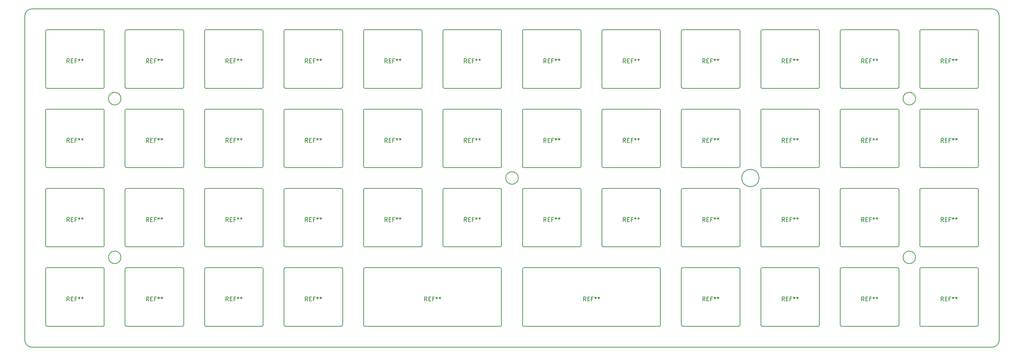
<source format=gto>
G04 #@! TF.GenerationSoftware,KiCad,Pcbnew,5.0.1*
G04 #@! TF.CreationDate,2019-02-20T21:52:04-03:00*
G04 #@! TF.ProjectId,2Space,3253706163652E6B696361645F706362,V3.0.7*
G04 #@! TF.SameCoordinates,Original*
G04 #@! TF.FileFunction,Legend,Top*
G04 #@! TF.FilePolarity,Positive*
%FSLAX46Y46*%
G04 Gerber Fmt 4.6, Leading zero omitted, Abs format (unit mm)*
G04 Created by KiCad (PCBNEW 5.0.1) date Wed 20 Feb 2019 09:52:04 PM -03*
%MOMM*%
%LPD*%
G01*
G04 APERTURE LIST*
%ADD10C,0.150000*%
G04 #@! TA.AperFunction,NonConductor*
%ADD11C,0.150000*%
G04 #@! TD*
G04 APERTURE END LIST*
D10*
X207541125Y-102743000D02*
G75*
G03X207541125Y-102743000I-2078125J0D01*
G01*
X149963000Y-102743000D02*
G75*
G03X149963000Y-102743000I-1500000J0D01*
G01*
X244963000Y-83743000D02*
G75*
G03X244963000Y-83743000I-1500000J0D01*
G01*
X244963000Y-121743000D02*
G75*
G03X244963000Y-121743000I-1500000J0D01*
G01*
X54963000Y-121743000D02*
G75*
G03X54963000Y-121743000I-1500000J0D01*
G01*
X54963000Y-83743000D02*
G75*
G03X54963000Y-83743000I-1500000J0D01*
G01*
X31939170Y-64000682D02*
G75*
G02X33720426Y-62219426I1781256J0D01*
G01*
X31939170Y-64000682D02*
X31939170Y-141485318D01*
X33720426Y-143266574D02*
G75*
G02X31939170Y-141485318I0J1781256D01*
G01*
X264986830Y-141485318D02*
X264986830Y-64000682D01*
X264986830Y-141485318D02*
G75*
G02X263205574Y-143266574I-1781256J0D01*
G01*
X263205574Y-62219426D02*
G75*
G02X264986830Y-64000682I0J-1781256D01*
G01*
X33720426Y-143266574D02*
X263205574Y-143266574D01*
X33720426Y-62219426D02*
X263205574Y-62219426D01*
D11*
G04 #@! TO.C,REF\002A\002A*
X183663000Y-124243000D02*
X151263000Y-124243000D01*
X151263000Y-138243000D02*
X183663000Y-138243000D01*
X183963000Y-137943000D02*
X183963000Y-124543000D01*
X183663000Y-124243000D02*
G75*
G02X183963000Y-124543000I0J-300000D01*
G01*
X183963000Y-137943000D02*
G75*
G02X183663000Y-138243000I-300000J0D01*
G01*
X150963000Y-124543000D02*
G75*
G02X151263000Y-124243000I300000J0D01*
G01*
X150963000Y-124543000D02*
X150963000Y-137943000D01*
X151263000Y-138243000D02*
G75*
G02X150963000Y-137943000I0J300000D01*
G01*
X240663000Y-124243000D02*
X227263000Y-124243000D01*
X226963000Y-124543000D02*
X226963000Y-137943000D01*
X227263000Y-138243000D02*
X240663000Y-138243000D01*
X240963000Y-137943000D02*
X240963000Y-124543000D01*
X226963000Y-124543000D02*
G75*
G02X227263000Y-124243000I300000J0D01*
G01*
X240663000Y-124243000D02*
G75*
G02X240963000Y-124543000I0J-300000D01*
G01*
X240963000Y-137943000D02*
G75*
G02X240663000Y-138243000I-300000J0D01*
G01*
X227263000Y-138243000D02*
G75*
G02X226963000Y-137943000I0J300000D01*
G01*
X227263000Y-119243000D02*
G75*
G02X226963000Y-118943000I0J300000D01*
G01*
X240963000Y-118943000D02*
G75*
G02X240663000Y-119243000I-300000J0D01*
G01*
X240663000Y-105243000D02*
G75*
G02X240963000Y-105543000I0J-300000D01*
G01*
X226963000Y-105543000D02*
G75*
G02X227263000Y-105243000I300000J0D01*
G01*
X240963000Y-118943000D02*
X240963000Y-105543000D01*
X227263000Y-119243000D02*
X240663000Y-119243000D01*
X226963000Y-105543000D02*
X226963000Y-118943000D01*
X240663000Y-105243000D02*
X227263000Y-105243000D01*
X240663000Y-67243000D02*
X227263000Y-67243000D01*
X226963000Y-67543000D02*
X226963000Y-80943000D01*
X227263000Y-81243000D02*
X240663000Y-81243000D01*
X240963000Y-80943000D02*
X240963000Y-67543000D01*
X226963000Y-67543000D02*
G75*
G02X227263000Y-67243000I300000J0D01*
G01*
X240663000Y-67243000D02*
G75*
G02X240963000Y-67543000I0J-300000D01*
G01*
X240963000Y-80943000D02*
G75*
G02X240663000Y-81243000I-300000J0D01*
G01*
X227263000Y-81243000D02*
G75*
G02X226963000Y-80943000I0J300000D01*
G01*
X88663000Y-124243000D02*
X75263000Y-124243000D01*
X74963000Y-124543000D02*
X74963000Y-137943000D01*
X75263000Y-138243000D02*
X88663000Y-138243000D01*
X88963000Y-137943000D02*
X88963000Y-124543000D01*
X74963000Y-124543000D02*
G75*
G02X75263000Y-124243000I300000J0D01*
G01*
X88663000Y-124243000D02*
G75*
G02X88963000Y-124543000I0J-300000D01*
G01*
X88963000Y-137943000D02*
G75*
G02X88663000Y-138243000I-300000J0D01*
G01*
X75263000Y-138243000D02*
G75*
G02X74963000Y-137943000I0J300000D01*
G01*
X246263000Y-138243000D02*
G75*
G02X245963000Y-137943000I0J300000D01*
G01*
X259963000Y-137943000D02*
G75*
G02X259663000Y-138243000I-300000J0D01*
G01*
X259663000Y-124243000D02*
G75*
G02X259963000Y-124543000I0J-300000D01*
G01*
X245963000Y-124543000D02*
G75*
G02X246263000Y-124243000I300000J0D01*
G01*
X259963000Y-137943000D02*
X259963000Y-124543000D01*
X246263000Y-138243000D02*
X259663000Y-138243000D01*
X245963000Y-124543000D02*
X245963000Y-137943000D01*
X259663000Y-124243000D02*
X246263000Y-124243000D01*
X202663000Y-124243000D02*
X189263000Y-124243000D01*
X188963000Y-124543000D02*
X188963000Y-137943000D01*
X189263000Y-138243000D02*
X202663000Y-138243000D01*
X202963000Y-137943000D02*
X202963000Y-124543000D01*
X188963000Y-124543000D02*
G75*
G02X189263000Y-124243000I300000J0D01*
G01*
X202663000Y-124243000D02*
G75*
G02X202963000Y-124543000I0J-300000D01*
G01*
X202963000Y-137943000D02*
G75*
G02X202663000Y-138243000I-300000J0D01*
G01*
X189263000Y-138243000D02*
G75*
G02X188963000Y-137943000I0J300000D01*
G01*
X94263000Y-138243000D02*
G75*
G02X93963000Y-137943000I0J300000D01*
G01*
X107963000Y-137943000D02*
G75*
G02X107663000Y-138243000I-300000J0D01*
G01*
X107663000Y-124243000D02*
G75*
G02X107963000Y-124543000I0J-300000D01*
G01*
X93963000Y-124543000D02*
G75*
G02X94263000Y-124243000I300000J0D01*
G01*
X107963000Y-137943000D02*
X107963000Y-124543000D01*
X94263000Y-138243000D02*
X107663000Y-138243000D01*
X93963000Y-124543000D02*
X93963000Y-137943000D01*
X107663000Y-124243000D02*
X94263000Y-124243000D01*
X208263000Y-138243000D02*
G75*
G02X207963000Y-137943000I0J300000D01*
G01*
X221963000Y-137943000D02*
G75*
G02X221663000Y-138243000I-300000J0D01*
G01*
X221663000Y-124243000D02*
G75*
G02X221963000Y-124543000I0J-300000D01*
G01*
X207963000Y-124543000D02*
G75*
G02X208263000Y-124243000I300000J0D01*
G01*
X221963000Y-137943000D02*
X221963000Y-124543000D01*
X208263000Y-138243000D02*
X221663000Y-138243000D01*
X207963000Y-124543000D02*
X207963000Y-137943000D01*
X221663000Y-124243000D02*
X208263000Y-124243000D01*
X56263000Y-138243000D02*
G75*
G02X55963000Y-137943000I0J300000D01*
G01*
X69963000Y-137943000D02*
G75*
G02X69663000Y-138243000I-300000J0D01*
G01*
X69663000Y-124243000D02*
G75*
G02X69963000Y-124543000I0J-300000D01*
G01*
X55963000Y-124543000D02*
G75*
G02X56263000Y-124243000I300000J0D01*
G01*
X69963000Y-137943000D02*
X69963000Y-124543000D01*
X56263000Y-138243000D02*
X69663000Y-138243000D01*
X55963000Y-124543000D02*
X55963000Y-137943000D01*
X69663000Y-124243000D02*
X56263000Y-124243000D01*
X50663000Y-124243000D02*
X37263000Y-124243000D01*
X36963000Y-124543000D02*
X36963000Y-137943000D01*
X37263000Y-138243000D02*
X50663000Y-138243000D01*
X50963000Y-137943000D02*
X50963000Y-124543000D01*
X36963000Y-124543000D02*
G75*
G02X37263000Y-124243000I300000J0D01*
G01*
X50663000Y-124243000D02*
G75*
G02X50963000Y-124543000I0J-300000D01*
G01*
X50963000Y-137943000D02*
G75*
G02X50663000Y-138243000I-300000J0D01*
G01*
X37263000Y-138243000D02*
G75*
G02X36963000Y-137943000I0J300000D01*
G01*
X189263000Y-119243000D02*
G75*
G02X188963000Y-118943000I0J300000D01*
G01*
X202963000Y-118943000D02*
G75*
G02X202663000Y-119243000I-300000J0D01*
G01*
X202663000Y-105243000D02*
G75*
G02X202963000Y-105543000I0J-300000D01*
G01*
X188963000Y-105543000D02*
G75*
G02X189263000Y-105243000I300000J0D01*
G01*
X202963000Y-118943000D02*
X202963000Y-105543000D01*
X189263000Y-119243000D02*
X202663000Y-119243000D01*
X188963000Y-105543000D02*
X188963000Y-118943000D01*
X202663000Y-105243000D02*
X189263000Y-105243000D01*
X259663000Y-105243000D02*
X246263000Y-105243000D01*
X245963000Y-105543000D02*
X245963000Y-118943000D01*
X246263000Y-119243000D02*
X259663000Y-119243000D01*
X259963000Y-118943000D02*
X259963000Y-105543000D01*
X245963000Y-105543000D02*
G75*
G02X246263000Y-105243000I300000J0D01*
G01*
X259663000Y-105243000D02*
G75*
G02X259963000Y-105543000I0J-300000D01*
G01*
X259963000Y-118943000D02*
G75*
G02X259663000Y-119243000I-300000J0D01*
G01*
X246263000Y-119243000D02*
G75*
G02X245963000Y-118943000I0J300000D01*
G01*
X75263000Y-119243000D02*
G75*
G02X74963000Y-118943000I0J300000D01*
G01*
X88963000Y-118943000D02*
G75*
G02X88663000Y-119243000I-300000J0D01*
G01*
X88663000Y-105243000D02*
G75*
G02X88963000Y-105543000I0J-300000D01*
G01*
X74963000Y-105543000D02*
G75*
G02X75263000Y-105243000I300000J0D01*
G01*
X88963000Y-118943000D02*
X88963000Y-105543000D01*
X75263000Y-119243000D02*
X88663000Y-119243000D01*
X74963000Y-105543000D02*
X74963000Y-118943000D01*
X88663000Y-105243000D02*
X75263000Y-105243000D01*
X183663000Y-105243000D02*
X170263000Y-105243000D01*
X169963000Y-105543000D02*
X169963000Y-118943000D01*
X170263000Y-119243000D02*
X183663000Y-119243000D01*
X183963000Y-118943000D02*
X183963000Y-105543000D01*
X169963000Y-105543000D02*
G75*
G02X170263000Y-105243000I300000J0D01*
G01*
X183663000Y-105243000D02*
G75*
G02X183963000Y-105543000I0J-300000D01*
G01*
X183963000Y-118943000D02*
G75*
G02X183663000Y-119243000I-300000J0D01*
G01*
X170263000Y-119243000D02*
G75*
G02X169963000Y-118943000I0J300000D01*
G01*
X69663000Y-105243000D02*
X56263000Y-105243000D01*
X55963000Y-105543000D02*
X55963000Y-118943000D01*
X56263000Y-119243000D02*
X69663000Y-119243000D01*
X69963000Y-118943000D02*
X69963000Y-105543000D01*
X55963000Y-105543000D02*
G75*
G02X56263000Y-105243000I300000J0D01*
G01*
X69663000Y-105243000D02*
G75*
G02X69963000Y-105543000I0J-300000D01*
G01*
X69963000Y-118943000D02*
G75*
G02X69663000Y-119243000I-300000J0D01*
G01*
X56263000Y-119243000D02*
G75*
G02X55963000Y-118943000I0J300000D01*
G01*
X37263000Y-119243000D02*
G75*
G02X36963000Y-118943000I0J300000D01*
G01*
X50963000Y-118943000D02*
G75*
G02X50663000Y-119243000I-300000J0D01*
G01*
X50663000Y-105243000D02*
G75*
G02X50963000Y-105543000I0J-300000D01*
G01*
X36963000Y-105543000D02*
G75*
G02X37263000Y-105243000I300000J0D01*
G01*
X50963000Y-118943000D02*
X50963000Y-105543000D01*
X37263000Y-119243000D02*
X50663000Y-119243000D01*
X36963000Y-105543000D02*
X36963000Y-118943000D01*
X50663000Y-105243000D02*
X37263000Y-105243000D01*
X145663000Y-105243000D02*
X132263000Y-105243000D01*
X131963000Y-105543000D02*
X131963000Y-118943000D01*
X132263000Y-119243000D02*
X145663000Y-119243000D01*
X145963000Y-118943000D02*
X145963000Y-105543000D01*
X131963000Y-105543000D02*
G75*
G02X132263000Y-105243000I300000J0D01*
G01*
X145663000Y-105243000D02*
G75*
G02X145963000Y-105543000I0J-300000D01*
G01*
X145963000Y-118943000D02*
G75*
G02X145663000Y-119243000I-300000J0D01*
G01*
X132263000Y-119243000D02*
G75*
G02X131963000Y-118943000I0J300000D01*
G01*
X151263000Y-119243000D02*
G75*
G02X150963000Y-118943000I0J300000D01*
G01*
X164963000Y-118943000D02*
G75*
G02X164663000Y-119243000I-300000J0D01*
G01*
X164663000Y-105243000D02*
G75*
G02X164963000Y-105543000I0J-300000D01*
G01*
X150963000Y-105543000D02*
G75*
G02X151263000Y-105243000I300000J0D01*
G01*
X164963000Y-118943000D02*
X164963000Y-105543000D01*
X151263000Y-119243000D02*
X164663000Y-119243000D01*
X150963000Y-105543000D02*
X150963000Y-118943000D01*
X164663000Y-105243000D02*
X151263000Y-105243000D01*
X107663000Y-105243000D02*
X94263000Y-105243000D01*
X93963000Y-105543000D02*
X93963000Y-118943000D01*
X94263000Y-119243000D02*
X107663000Y-119243000D01*
X107963000Y-118943000D02*
X107963000Y-105543000D01*
X93963000Y-105543000D02*
G75*
G02X94263000Y-105243000I300000J0D01*
G01*
X107663000Y-105243000D02*
G75*
G02X107963000Y-105543000I0J-300000D01*
G01*
X107963000Y-118943000D02*
G75*
G02X107663000Y-119243000I-300000J0D01*
G01*
X94263000Y-119243000D02*
G75*
G02X93963000Y-118943000I0J300000D01*
G01*
X221663000Y-105243000D02*
X208263000Y-105243000D01*
X207963000Y-105543000D02*
X207963000Y-118943000D01*
X208263000Y-119243000D02*
X221663000Y-119243000D01*
X221963000Y-118943000D02*
X221963000Y-105543000D01*
X207963000Y-105543000D02*
G75*
G02X208263000Y-105243000I300000J0D01*
G01*
X221663000Y-105243000D02*
G75*
G02X221963000Y-105543000I0J-300000D01*
G01*
X221963000Y-118943000D02*
G75*
G02X221663000Y-119243000I-300000J0D01*
G01*
X208263000Y-119243000D02*
G75*
G02X207963000Y-118943000I0J300000D01*
G01*
X113263000Y-119243000D02*
G75*
G02X112963000Y-118943000I0J300000D01*
G01*
X126963000Y-118943000D02*
G75*
G02X126663000Y-119243000I-300000J0D01*
G01*
X126663000Y-105243000D02*
G75*
G02X126963000Y-105543000I0J-300000D01*
G01*
X112963000Y-105543000D02*
G75*
G02X113263000Y-105243000I300000J0D01*
G01*
X126963000Y-118943000D02*
X126963000Y-105543000D01*
X113263000Y-119243000D02*
X126663000Y-119243000D01*
X112963000Y-105543000D02*
X112963000Y-118943000D01*
X126663000Y-105243000D02*
X113263000Y-105243000D01*
X126663000Y-67243000D02*
X113263000Y-67243000D01*
X112963000Y-67543000D02*
X112963000Y-80943000D01*
X113263000Y-81243000D02*
X126663000Y-81243000D01*
X126963000Y-80943000D02*
X126963000Y-67543000D01*
X112963000Y-67543000D02*
G75*
G02X113263000Y-67243000I300000J0D01*
G01*
X126663000Y-67243000D02*
G75*
G02X126963000Y-67543000I0J-300000D01*
G01*
X126963000Y-80943000D02*
G75*
G02X126663000Y-81243000I-300000J0D01*
G01*
X113263000Y-81243000D02*
G75*
G02X112963000Y-80943000I0J300000D01*
G01*
X164663000Y-67243000D02*
X151263000Y-67243000D01*
X150963000Y-67543000D02*
X150963000Y-80943000D01*
X151263000Y-81243000D02*
X164663000Y-81243000D01*
X164963000Y-80943000D02*
X164963000Y-67543000D01*
X150963000Y-67543000D02*
G75*
G02X151263000Y-67243000I300000J0D01*
G01*
X164663000Y-67243000D02*
G75*
G02X164963000Y-67543000I0J-300000D01*
G01*
X164963000Y-80943000D02*
G75*
G02X164663000Y-81243000I-300000J0D01*
G01*
X151263000Y-81243000D02*
G75*
G02X150963000Y-80943000I0J300000D01*
G01*
X132263000Y-81243000D02*
G75*
G02X131963000Y-80943000I0J300000D01*
G01*
X145963000Y-80943000D02*
G75*
G02X145663000Y-81243000I-300000J0D01*
G01*
X145663000Y-67243000D02*
G75*
G02X145963000Y-67543000I0J-300000D01*
G01*
X131963000Y-67543000D02*
G75*
G02X132263000Y-67243000I300000J0D01*
G01*
X145963000Y-80943000D02*
X145963000Y-67543000D01*
X132263000Y-81243000D02*
X145663000Y-81243000D01*
X131963000Y-67543000D02*
X131963000Y-80943000D01*
X145663000Y-67243000D02*
X132263000Y-67243000D01*
X94263000Y-81243000D02*
G75*
G02X93963000Y-80943000I0J300000D01*
G01*
X107963000Y-80943000D02*
G75*
G02X107663000Y-81243000I-300000J0D01*
G01*
X107663000Y-67243000D02*
G75*
G02X107963000Y-67543000I0J-300000D01*
G01*
X93963000Y-67543000D02*
G75*
G02X94263000Y-67243000I300000J0D01*
G01*
X107963000Y-80943000D02*
X107963000Y-67543000D01*
X94263000Y-81243000D02*
X107663000Y-81243000D01*
X93963000Y-67543000D02*
X93963000Y-80943000D01*
X107663000Y-67243000D02*
X94263000Y-67243000D01*
X202663000Y-67243000D02*
X189263000Y-67243000D01*
X188963000Y-67543000D02*
X188963000Y-80943000D01*
X189263000Y-81243000D02*
X202663000Y-81243000D01*
X202963000Y-80943000D02*
X202963000Y-67543000D01*
X188963000Y-67543000D02*
G75*
G02X189263000Y-67243000I300000J0D01*
G01*
X202663000Y-67243000D02*
G75*
G02X202963000Y-67543000I0J-300000D01*
G01*
X202963000Y-80943000D02*
G75*
G02X202663000Y-81243000I-300000J0D01*
G01*
X189263000Y-81243000D02*
G75*
G02X188963000Y-80943000I0J300000D01*
G01*
X170263000Y-81243000D02*
G75*
G02X169963000Y-80943000I0J300000D01*
G01*
X183963000Y-80943000D02*
G75*
G02X183663000Y-81243000I-300000J0D01*
G01*
X183663000Y-67243000D02*
G75*
G02X183963000Y-67543000I0J-300000D01*
G01*
X169963000Y-67543000D02*
G75*
G02X170263000Y-67243000I300000J0D01*
G01*
X183963000Y-80943000D02*
X183963000Y-67543000D01*
X170263000Y-81243000D02*
X183663000Y-81243000D01*
X169963000Y-67543000D02*
X169963000Y-80943000D01*
X183663000Y-67243000D02*
X170263000Y-67243000D01*
X246263000Y-81243000D02*
G75*
G02X245963000Y-80943000I0J300000D01*
G01*
X259963000Y-80943000D02*
G75*
G02X259663000Y-81243000I-300000J0D01*
G01*
X259663000Y-67243000D02*
G75*
G02X259963000Y-67543000I0J-300000D01*
G01*
X245963000Y-67543000D02*
G75*
G02X246263000Y-67243000I300000J0D01*
G01*
X259963000Y-80943000D02*
X259963000Y-67543000D01*
X246263000Y-81243000D02*
X259663000Y-81243000D01*
X245963000Y-67543000D02*
X245963000Y-80943000D01*
X259663000Y-67243000D02*
X246263000Y-67243000D01*
X88663000Y-67243000D02*
X75263000Y-67243000D01*
X74963000Y-67543000D02*
X74963000Y-80943000D01*
X75263000Y-81243000D02*
X88663000Y-81243000D01*
X88963000Y-80943000D02*
X88963000Y-67543000D01*
X74963000Y-67543000D02*
G75*
G02X75263000Y-67243000I300000J0D01*
G01*
X88663000Y-67243000D02*
G75*
G02X88963000Y-67543000I0J-300000D01*
G01*
X88963000Y-80943000D02*
G75*
G02X88663000Y-81243000I-300000J0D01*
G01*
X75263000Y-81243000D02*
G75*
G02X74963000Y-80943000I0J300000D01*
G01*
X56263000Y-81243000D02*
G75*
G02X55963000Y-80943000I0J300000D01*
G01*
X69963000Y-80943000D02*
G75*
G02X69663000Y-81243000I-300000J0D01*
G01*
X69663000Y-67243000D02*
G75*
G02X69963000Y-67543000I0J-300000D01*
G01*
X55963000Y-67543000D02*
G75*
G02X56263000Y-67243000I300000J0D01*
G01*
X69963000Y-80943000D02*
X69963000Y-67543000D01*
X56263000Y-81243000D02*
X69663000Y-81243000D01*
X55963000Y-67543000D02*
X55963000Y-80943000D01*
X69663000Y-67243000D02*
X56263000Y-67243000D01*
X208263000Y-81243000D02*
G75*
G02X207963000Y-80943000I0J300000D01*
G01*
X221963000Y-80943000D02*
G75*
G02X221663000Y-81243000I-300000J0D01*
G01*
X221663000Y-67243000D02*
G75*
G02X221963000Y-67543000I0J-300000D01*
G01*
X207963000Y-67543000D02*
G75*
G02X208263000Y-67243000I300000J0D01*
G01*
X221963000Y-80943000D02*
X221963000Y-67543000D01*
X208263000Y-81243000D02*
X221663000Y-81243000D01*
X207963000Y-67543000D02*
X207963000Y-80943000D01*
X221663000Y-67243000D02*
X208263000Y-67243000D01*
X50663000Y-67243000D02*
X37263000Y-67243000D01*
X36963000Y-67543000D02*
X36963000Y-80943000D01*
X37263000Y-81243000D02*
X50663000Y-81243000D01*
X50963000Y-80943000D02*
X50963000Y-67543000D01*
X36963000Y-67543000D02*
G75*
G02X37263000Y-67243000I300000J0D01*
G01*
X50663000Y-67243000D02*
G75*
G02X50963000Y-67543000I0J-300000D01*
G01*
X50963000Y-80943000D02*
G75*
G02X50663000Y-81243000I-300000J0D01*
G01*
X37263000Y-81243000D02*
G75*
G02X36963000Y-80943000I0J300000D01*
G01*
X259663000Y-86243000D02*
X246263000Y-86243000D01*
X245963000Y-86543000D02*
X245963000Y-99943000D01*
X246263000Y-100243000D02*
X259663000Y-100243000D01*
X259963000Y-99943000D02*
X259963000Y-86543000D01*
X245963000Y-86543000D02*
G75*
G02X246263000Y-86243000I300000J0D01*
G01*
X259663000Y-86243000D02*
G75*
G02X259963000Y-86543000I0J-300000D01*
G01*
X259963000Y-99943000D02*
G75*
G02X259663000Y-100243000I-300000J0D01*
G01*
X246263000Y-100243000D02*
G75*
G02X245963000Y-99943000I0J300000D01*
G01*
X227263000Y-100243000D02*
G75*
G02X226963000Y-99943000I0J300000D01*
G01*
X240963000Y-99943000D02*
G75*
G02X240663000Y-100243000I-300000J0D01*
G01*
X240663000Y-86243000D02*
G75*
G02X240963000Y-86543000I0J-300000D01*
G01*
X226963000Y-86543000D02*
G75*
G02X227263000Y-86243000I300000J0D01*
G01*
X240963000Y-99943000D02*
X240963000Y-86543000D01*
X227263000Y-100243000D02*
X240663000Y-100243000D01*
X226963000Y-86543000D02*
X226963000Y-99943000D01*
X240663000Y-86243000D02*
X227263000Y-86243000D01*
X221663000Y-86243000D02*
X208263000Y-86243000D01*
X207963000Y-86543000D02*
X207963000Y-99943000D01*
X208263000Y-100243000D02*
X221663000Y-100243000D01*
X221963000Y-99943000D02*
X221963000Y-86543000D01*
X207963000Y-86543000D02*
G75*
G02X208263000Y-86243000I300000J0D01*
G01*
X221663000Y-86243000D02*
G75*
G02X221963000Y-86543000I0J-300000D01*
G01*
X221963000Y-99943000D02*
G75*
G02X221663000Y-100243000I-300000J0D01*
G01*
X208263000Y-100243000D02*
G75*
G02X207963000Y-99943000I0J300000D01*
G01*
X189263000Y-100243000D02*
G75*
G02X188963000Y-99943000I0J300000D01*
G01*
X202963000Y-99943000D02*
G75*
G02X202663000Y-100243000I-300000J0D01*
G01*
X202663000Y-86243000D02*
G75*
G02X202963000Y-86543000I0J-300000D01*
G01*
X188963000Y-86543000D02*
G75*
G02X189263000Y-86243000I300000J0D01*
G01*
X202963000Y-99943000D02*
X202963000Y-86543000D01*
X189263000Y-100243000D02*
X202663000Y-100243000D01*
X188963000Y-86543000D02*
X188963000Y-99943000D01*
X202663000Y-86243000D02*
X189263000Y-86243000D01*
X183663000Y-86243000D02*
X170263000Y-86243000D01*
X169963000Y-86543000D02*
X169963000Y-99943000D01*
X170263000Y-100243000D02*
X183663000Y-100243000D01*
X183963000Y-99943000D02*
X183963000Y-86543000D01*
X169963000Y-86543000D02*
G75*
G02X170263000Y-86243000I300000J0D01*
G01*
X183663000Y-86243000D02*
G75*
G02X183963000Y-86543000I0J-300000D01*
G01*
X183963000Y-99943000D02*
G75*
G02X183663000Y-100243000I-300000J0D01*
G01*
X170263000Y-100243000D02*
G75*
G02X169963000Y-99943000I0J300000D01*
G01*
X37263000Y-100243000D02*
G75*
G02X36963000Y-99943000I0J300000D01*
G01*
X50963000Y-99943000D02*
G75*
G02X50663000Y-100243000I-300000J0D01*
G01*
X50663000Y-86243000D02*
G75*
G02X50963000Y-86543000I0J-300000D01*
G01*
X36963000Y-86543000D02*
G75*
G02X37263000Y-86243000I300000J0D01*
G01*
X50963000Y-99943000D02*
X50963000Y-86543000D01*
X37263000Y-100243000D02*
X50663000Y-100243000D01*
X36963000Y-86543000D02*
X36963000Y-99943000D01*
X50663000Y-86243000D02*
X37263000Y-86243000D01*
X69663000Y-86243000D02*
X56263000Y-86243000D01*
X55963000Y-86543000D02*
X55963000Y-99943000D01*
X56263000Y-100243000D02*
X69663000Y-100243000D01*
X69963000Y-99943000D02*
X69963000Y-86543000D01*
X55963000Y-86543000D02*
G75*
G02X56263000Y-86243000I300000J0D01*
G01*
X69663000Y-86243000D02*
G75*
G02X69963000Y-86543000I0J-300000D01*
G01*
X69963000Y-99943000D02*
G75*
G02X69663000Y-100243000I-300000J0D01*
G01*
X56263000Y-100243000D02*
G75*
G02X55963000Y-99943000I0J300000D01*
G01*
X75263000Y-100243000D02*
G75*
G02X74963000Y-99943000I0J300000D01*
G01*
X88963000Y-99943000D02*
G75*
G02X88663000Y-100243000I-300000J0D01*
G01*
X88663000Y-86243000D02*
G75*
G02X88963000Y-86543000I0J-300000D01*
G01*
X74963000Y-86543000D02*
G75*
G02X75263000Y-86243000I300000J0D01*
G01*
X88963000Y-99943000D02*
X88963000Y-86543000D01*
X75263000Y-100243000D02*
X88663000Y-100243000D01*
X74963000Y-86543000D02*
X74963000Y-99943000D01*
X88663000Y-86243000D02*
X75263000Y-86243000D01*
X107663000Y-86243000D02*
X94263000Y-86243000D01*
X93963000Y-86543000D02*
X93963000Y-99943000D01*
X94263000Y-100243000D02*
X107663000Y-100243000D01*
X107963000Y-99943000D02*
X107963000Y-86543000D01*
X93963000Y-86543000D02*
G75*
G02X94263000Y-86243000I300000J0D01*
G01*
X107663000Y-86243000D02*
G75*
G02X107963000Y-86543000I0J-300000D01*
G01*
X107963000Y-99943000D02*
G75*
G02X107663000Y-100243000I-300000J0D01*
G01*
X94263000Y-100243000D02*
G75*
G02X93963000Y-99943000I0J300000D01*
G01*
X113263000Y-100243000D02*
G75*
G02X112963000Y-99943000I0J300000D01*
G01*
X126963000Y-99943000D02*
G75*
G02X126663000Y-100243000I-300000J0D01*
G01*
X126663000Y-86243000D02*
G75*
G02X126963000Y-86543000I0J-300000D01*
G01*
X112963000Y-86543000D02*
G75*
G02X113263000Y-86243000I300000J0D01*
G01*
X126963000Y-99943000D02*
X126963000Y-86543000D01*
X113263000Y-100243000D02*
X126663000Y-100243000D01*
X112963000Y-86543000D02*
X112963000Y-99943000D01*
X126663000Y-86243000D02*
X113263000Y-86243000D01*
X145663000Y-86243000D02*
X132263000Y-86243000D01*
X131963000Y-86543000D02*
X131963000Y-99943000D01*
X132263000Y-100243000D02*
X145663000Y-100243000D01*
X145963000Y-99943000D02*
X145963000Y-86543000D01*
X131963000Y-86543000D02*
G75*
G02X132263000Y-86243000I300000J0D01*
G01*
X145663000Y-86243000D02*
G75*
G02X145963000Y-86543000I0J-300000D01*
G01*
X145963000Y-99943000D02*
G75*
G02X145663000Y-100243000I-300000J0D01*
G01*
X132263000Y-100243000D02*
G75*
G02X131963000Y-99943000I0J300000D01*
G01*
X151263000Y-100243000D02*
G75*
G02X150963000Y-99943000I0J300000D01*
G01*
X164963000Y-99943000D02*
G75*
G02X164663000Y-100243000I-300000J0D01*
G01*
X164663000Y-86243000D02*
G75*
G02X164963000Y-86543000I0J-300000D01*
G01*
X150963000Y-86543000D02*
G75*
G02X151263000Y-86243000I300000J0D01*
G01*
X164963000Y-99943000D02*
X164963000Y-86543000D01*
X151263000Y-100243000D02*
X164663000Y-100243000D01*
X150963000Y-86543000D02*
X150963000Y-99943000D01*
X164663000Y-86243000D02*
X151263000Y-86243000D01*
X113263000Y-138243000D02*
G75*
G02X112963000Y-137943000I0J300000D01*
G01*
X112963000Y-124543000D02*
X112963000Y-137943000D01*
X112963000Y-124543000D02*
G75*
G02X113263000Y-124243000I300000J0D01*
G01*
X145963000Y-137943000D02*
G75*
G02X145663000Y-138243000I-300000J0D01*
G01*
X145663000Y-124243000D02*
G75*
G02X145963000Y-124543000I0J-300000D01*
G01*
X145963000Y-137943000D02*
X145963000Y-124543000D01*
X113263000Y-138243000D02*
X145663000Y-138243000D01*
X145663000Y-124243000D02*
X113263000Y-124243000D01*
G04 #@! TD*
G04 #@! TO.C,REF\002A\002A*
D10*
X166129666Y-132195380D02*
X165796333Y-131719190D01*
X165558238Y-132195380D02*
X165558238Y-131195380D01*
X165939190Y-131195380D01*
X166034428Y-131243000D01*
X166082047Y-131290619D01*
X166129666Y-131385857D01*
X166129666Y-131528714D01*
X166082047Y-131623952D01*
X166034428Y-131671571D01*
X165939190Y-131719190D01*
X165558238Y-131719190D01*
X166558238Y-131671571D02*
X166891571Y-131671571D01*
X167034428Y-132195380D02*
X166558238Y-132195380D01*
X166558238Y-131195380D01*
X167034428Y-131195380D01*
X167796333Y-131671571D02*
X167463000Y-131671571D01*
X167463000Y-132195380D02*
X167463000Y-131195380D01*
X167939190Y-131195380D01*
X168463000Y-131195380D02*
X168463000Y-131433476D01*
X168224904Y-131338238D02*
X168463000Y-131433476D01*
X168701095Y-131338238D01*
X168320142Y-131623952D02*
X168463000Y-131433476D01*
X168605857Y-131623952D01*
X169224904Y-131195380D02*
X169224904Y-131433476D01*
X168986809Y-131338238D02*
X169224904Y-131433476D01*
X169463000Y-131338238D01*
X169082047Y-131623952D02*
X169224904Y-131433476D01*
X169367761Y-131623952D01*
X232629666Y-132195380D02*
X232296333Y-131719190D01*
X232058238Y-132195380D02*
X232058238Y-131195380D01*
X232439190Y-131195380D01*
X232534428Y-131243000D01*
X232582047Y-131290619D01*
X232629666Y-131385857D01*
X232629666Y-131528714D01*
X232582047Y-131623952D01*
X232534428Y-131671571D01*
X232439190Y-131719190D01*
X232058238Y-131719190D01*
X233058238Y-131671571D02*
X233391571Y-131671571D01*
X233534428Y-132195380D02*
X233058238Y-132195380D01*
X233058238Y-131195380D01*
X233534428Y-131195380D01*
X234296333Y-131671571D02*
X233963000Y-131671571D01*
X233963000Y-132195380D02*
X233963000Y-131195380D01*
X234439190Y-131195380D01*
X234963000Y-131195380D02*
X234963000Y-131433476D01*
X234724904Y-131338238D02*
X234963000Y-131433476D01*
X235201095Y-131338238D01*
X234820142Y-131623952D02*
X234963000Y-131433476D01*
X235105857Y-131623952D01*
X235724904Y-131195380D02*
X235724904Y-131433476D01*
X235486809Y-131338238D02*
X235724904Y-131433476D01*
X235963000Y-131338238D01*
X235582047Y-131623952D02*
X235724904Y-131433476D01*
X235867761Y-131623952D01*
X232629666Y-113195380D02*
X232296333Y-112719190D01*
X232058238Y-113195380D02*
X232058238Y-112195380D01*
X232439190Y-112195380D01*
X232534428Y-112243000D01*
X232582047Y-112290619D01*
X232629666Y-112385857D01*
X232629666Y-112528714D01*
X232582047Y-112623952D01*
X232534428Y-112671571D01*
X232439190Y-112719190D01*
X232058238Y-112719190D01*
X233058238Y-112671571D02*
X233391571Y-112671571D01*
X233534428Y-113195380D02*
X233058238Y-113195380D01*
X233058238Y-112195380D01*
X233534428Y-112195380D01*
X234296333Y-112671571D02*
X233963000Y-112671571D01*
X233963000Y-113195380D02*
X233963000Y-112195380D01*
X234439190Y-112195380D01*
X234963000Y-112195380D02*
X234963000Y-112433476D01*
X234724904Y-112338238D02*
X234963000Y-112433476D01*
X235201095Y-112338238D01*
X234820142Y-112623952D02*
X234963000Y-112433476D01*
X235105857Y-112623952D01*
X235724904Y-112195380D02*
X235724904Y-112433476D01*
X235486809Y-112338238D02*
X235724904Y-112433476D01*
X235963000Y-112338238D01*
X235582047Y-112623952D02*
X235724904Y-112433476D01*
X235867761Y-112623952D01*
X232629666Y-75195380D02*
X232296333Y-74719190D01*
X232058238Y-75195380D02*
X232058238Y-74195380D01*
X232439190Y-74195380D01*
X232534428Y-74243000D01*
X232582047Y-74290619D01*
X232629666Y-74385857D01*
X232629666Y-74528714D01*
X232582047Y-74623952D01*
X232534428Y-74671571D01*
X232439190Y-74719190D01*
X232058238Y-74719190D01*
X233058238Y-74671571D02*
X233391571Y-74671571D01*
X233534428Y-75195380D02*
X233058238Y-75195380D01*
X233058238Y-74195380D01*
X233534428Y-74195380D01*
X234296333Y-74671571D02*
X233963000Y-74671571D01*
X233963000Y-75195380D02*
X233963000Y-74195380D01*
X234439190Y-74195380D01*
X234963000Y-74195380D02*
X234963000Y-74433476D01*
X234724904Y-74338238D02*
X234963000Y-74433476D01*
X235201095Y-74338238D01*
X234820142Y-74623952D02*
X234963000Y-74433476D01*
X235105857Y-74623952D01*
X235724904Y-74195380D02*
X235724904Y-74433476D01*
X235486809Y-74338238D02*
X235724904Y-74433476D01*
X235963000Y-74338238D01*
X235582047Y-74623952D02*
X235724904Y-74433476D01*
X235867761Y-74623952D01*
X80629666Y-132195380D02*
X80296333Y-131719190D01*
X80058238Y-132195380D02*
X80058238Y-131195380D01*
X80439190Y-131195380D01*
X80534428Y-131243000D01*
X80582047Y-131290619D01*
X80629666Y-131385857D01*
X80629666Y-131528714D01*
X80582047Y-131623952D01*
X80534428Y-131671571D01*
X80439190Y-131719190D01*
X80058238Y-131719190D01*
X81058238Y-131671571D02*
X81391571Y-131671571D01*
X81534428Y-132195380D02*
X81058238Y-132195380D01*
X81058238Y-131195380D01*
X81534428Y-131195380D01*
X82296333Y-131671571D02*
X81963000Y-131671571D01*
X81963000Y-132195380D02*
X81963000Y-131195380D01*
X82439190Y-131195380D01*
X82963000Y-131195380D02*
X82963000Y-131433476D01*
X82724904Y-131338238D02*
X82963000Y-131433476D01*
X83201095Y-131338238D01*
X82820142Y-131623952D02*
X82963000Y-131433476D01*
X83105857Y-131623952D01*
X83724904Y-131195380D02*
X83724904Y-131433476D01*
X83486809Y-131338238D02*
X83724904Y-131433476D01*
X83963000Y-131338238D01*
X83582047Y-131623952D02*
X83724904Y-131433476D01*
X83867761Y-131623952D01*
X251629666Y-132195380D02*
X251296333Y-131719190D01*
X251058238Y-132195380D02*
X251058238Y-131195380D01*
X251439190Y-131195380D01*
X251534428Y-131243000D01*
X251582047Y-131290619D01*
X251629666Y-131385857D01*
X251629666Y-131528714D01*
X251582047Y-131623952D01*
X251534428Y-131671571D01*
X251439190Y-131719190D01*
X251058238Y-131719190D01*
X252058238Y-131671571D02*
X252391571Y-131671571D01*
X252534428Y-132195380D02*
X252058238Y-132195380D01*
X252058238Y-131195380D01*
X252534428Y-131195380D01*
X253296333Y-131671571D02*
X252963000Y-131671571D01*
X252963000Y-132195380D02*
X252963000Y-131195380D01*
X253439190Y-131195380D01*
X253963000Y-131195380D02*
X253963000Y-131433476D01*
X253724904Y-131338238D02*
X253963000Y-131433476D01*
X254201095Y-131338238D01*
X253820142Y-131623952D02*
X253963000Y-131433476D01*
X254105857Y-131623952D01*
X254724904Y-131195380D02*
X254724904Y-131433476D01*
X254486809Y-131338238D02*
X254724904Y-131433476D01*
X254963000Y-131338238D01*
X254582047Y-131623952D02*
X254724904Y-131433476D01*
X254867761Y-131623952D01*
X194629666Y-132195380D02*
X194296333Y-131719190D01*
X194058238Y-132195380D02*
X194058238Y-131195380D01*
X194439190Y-131195380D01*
X194534428Y-131243000D01*
X194582047Y-131290619D01*
X194629666Y-131385857D01*
X194629666Y-131528714D01*
X194582047Y-131623952D01*
X194534428Y-131671571D01*
X194439190Y-131719190D01*
X194058238Y-131719190D01*
X195058238Y-131671571D02*
X195391571Y-131671571D01*
X195534428Y-132195380D02*
X195058238Y-132195380D01*
X195058238Y-131195380D01*
X195534428Y-131195380D01*
X196296333Y-131671571D02*
X195963000Y-131671571D01*
X195963000Y-132195380D02*
X195963000Y-131195380D01*
X196439190Y-131195380D01*
X196963000Y-131195380D02*
X196963000Y-131433476D01*
X196724904Y-131338238D02*
X196963000Y-131433476D01*
X197201095Y-131338238D01*
X196820142Y-131623952D02*
X196963000Y-131433476D01*
X197105857Y-131623952D01*
X197724904Y-131195380D02*
X197724904Y-131433476D01*
X197486809Y-131338238D02*
X197724904Y-131433476D01*
X197963000Y-131338238D01*
X197582047Y-131623952D02*
X197724904Y-131433476D01*
X197867761Y-131623952D01*
X99629666Y-132195380D02*
X99296333Y-131719190D01*
X99058238Y-132195380D02*
X99058238Y-131195380D01*
X99439190Y-131195380D01*
X99534428Y-131243000D01*
X99582047Y-131290619D01*
X99629666Y-131385857D01*
X99629666Y-131528714D01*
X99582047Y-131623952D01*
X99534428Y-131671571D01*
X99439190Y-131719190D01*
X99058238Y-131719190D01*
X100058238Y-131671571D02*
X100391571Y-131671571D01*
X100534428Y-132195380D02*
X100058238Y-132195380D01*
X100058238Y-131195380D01*
X100534428Y-131195380D01*
X101296333Y-131671571D02*
X100963000Y-131671571D01*
X100963000Y-132195380D02*
X100963000Y-131195380D01*
X101439190Y-131195380D01*
X101963000Y-131195380D02*
X101963000Y-131433476D01*
X101724904Y-131338238D02*
X101963000Y-131433476D01*
X102201095Y-131338238D01*
X101820142Y-131623952D02*
X101963000Y-131433476D01*
X102105857Y-131623952D01*
X102724904Y-131195380D02*
X102724904Y-131433476D01*
X102486809Y-131338238D02*
X102724904Y-131433476D01*
X102963000Y-131338238D01*
X102582047Y-131623952D02*
X102724904Y-131433476D01*
X102867761Y-131623952D01*
X213629666Y-132195380D02*
X213296333Y-131719190D01*
X213058238Y-132195380D02*
X213058238Y-131195380D01*
X213439190Y-131195380D01*
X213534428Y-131243000D01*
X213582047Y-131290619D01*
X213629666Y-131385857D01*
X213629666Y-131528714D01*
X213582047Y-131623952D01*
X213534428Y-131671571D01*
X213439190Y-131719190D01*
X213058238Y-131719190D01*
X214058238Y-131671571D02*
X214391571Y-131671571D01*
X214534428Y-132195380D02*
X214058238Y-132195380D01*
X214058238Y-131195380D01*
X214534428Y-131195380D01*
X215296333Y-131671571D02*
X214963000Y-131671571D01*
X214963000Y-132195380D02*
X214963000Y-131195380D01*
X215439190Y-131195380D01*
X215963000Y-131195380D02*
X215963000Y-131433476D01*
X215724904Y-131338238D02*
X215963000Y-131433476D01*
X216201095Y-131338238D01*
X215820142Y-131623952D02*
X215963000Y-131433476D01*
X216105857Y-131623952D01*
X216724904Y-131195380D02*
X216724904Y-131433476D01*
X216486809Y-131338238D02*
X216724904Y-131433476D01*
X216963000Y-131338238D01*
X216582047Y-131623952D02*
X216724904Y-131433476D01*
X216867761Y-131623952D01*
X61629666Y-132195380D02*
X61296333Y-131719190D01*
X61058238Y-132195380D02*
X61058238Y-131195380D01*
X61439190Y-131195380D01*
X61534428Y-131243000D01*
X61582047Y-131290619D01*
X61629666Y-131385857D01*
X61629666Y-131528714D01*
X61582047Y-131623952D01*
X61534428Y-131671571D01*
X61439190Y-131719190D01*
X61058238Y-131719190D01*
X62058238Y-131671571D02*
X62391571Y-131671571D01*
X62534428Y-132195380D02*
X62058238Y-132195380D01*
X62058238Y-131195380D01*
X62534428Y-131195380D01*
X63296333Y-131671571D02*
X62963000Y-131671571D01*
X62963000Y-132195380D02*
X62963000Y-131195380D01*
X63439190Y-131195380D01*
X63963000Y-131195380D02*
X63963000Y-131433476D01*
X63724904Y-131338238D02*
X63963000Y-131433476D01*
X64201095Y-131338238D01*
X63820142Y-131623952D02*
X63963000Y-131433476D01*
X64105857Y-131623952D01*
X64724904Y-131195380D02*
X64724904Y-131433476D01*
X64486809Y-131338238D02*
X64724904Y-131433476D01*
X64963000Y-131338238D01*
X64582047Y-131623952D02*
X64724904Y-131433476D01*
X64867761Y-131623952D01*
X42629666Y-132195380D02*
X42296333Y-131719190D01*
X42058238Y-132195380D02*
X42058238Y-131195380D01*
X42439190Y-131195380D01*
X42534428Y-131243000D01*
X42582047Y-131290619D01*
X42629666Y-131385857D01*
X42629666Y-131528714D01*
X42582047Y-131623952D01*
X42534428Y-131671571D01*
X42439190Y-131719190D01*
X42058238Y-131719190D01*
X43058238Y-131671571D02*
X43391571Y-131671571D01*
X43534428Y-132195380D02*
X43058238Y-132195380D01*
X43058238Y-131195380D01*
X43534428Y-131195380D01*
X44296333Y-131671571D02*
X43963000Y-131671571D01*
X43963000Y-132195380D02*
X43963000Y-131195380D01*
X44439190Y-131195380D01*
X44963000Y-131195380D02*
X44963000Y-131433476D01*
X44724904Y-131338238D02*
X44963000Y-131433476D01*
X45201095Y-131338238D01*
X44820142Y-131623952D02*
X44963000Y-131433476D01*
X45105857Y-131623952D01*
X45724904Y-131195380D02*
X45724904Y-131433476D01*
X45486809Y-131338238D02*
X45724904Y-131433476D01*
X45963000Y-131338238D01*
X45582047Y-131623952D02*
X45724904Y-131433476D01*
X45867761Y-131623952D01*
X194629666Y-113195380D02*
X194296333Y-112719190D01*
X194058238Y-113195380D02*
X194058238Y-112195380D01*
X194439190Y-112195380D01*
X194534428Y-112243000D01*
X194582047Y-112290619D01*
X194629666Y-112385857D01*
X194629666Y-112528714D01*
X194582047Y-112623952D01*
X194534428Y-112671571D01*
X194439190Y-112719190D01*
X194058238Y-112719190D01*
X195058238Y-112671571D02*
X195391571Y-112671571D01*
X195534428Y-113195380D02*
X195058238Y-113195380D01*
X195058238Y-112195380D01*
X195534428Y-112195380D01*
X196296333Y-112671571D02*
X195963000Y-112671571D01*
X195963000Y-113195380D02*
X195963000Y-112195380D01*
X196439190Y-112195380D01*
X196963000Y-112195380D02*
X196963000Y-112433476D01*
X196724904Y-112338238D02*
X196963000Y-112433476D01*
X197201095Y-112338238D01*
X196820142Y-112623952D02*
X196963000Y-112433476D01*
X197105857Y-112623952D01*
X197724904Y-112195380D02*
X197724904Y-112433476D01*
X197486809Y-112338238D02*
X197724904Y-112433476D01*
X197963000Y-112338238D01*
X197582047Y-112623952D02*
X197724904Y-112433476D01*
X197867761Y-112623952D01*
X251629666Y-113195380D02*
X251296333Y-112719190D01*
X251058238Y-113195380D02*
X251058238Y-112195380D01*
X251439190Y-112195380D01*
X251534428Y-112243000D01*
X251582047Y-112290619D01*
X251629666Y-112385857D01*
X251629666Y-112528714D01*
X251582047Y-112623952D01*
X251534428Y-112671571D01*
X251439190Y-112719190D01*
X251058238Y-112719190D01*
X252058238Y-112671571D02*
X252391571Y-112671571D01*
X252534428Y-113195380D02*
X252058238Y-113195380D01*
X252058238Y-112195380D01*
X252534428Y-112195380D01*
X253296333Y-112671571D02*
X252963000Y-112671571D01*
X252963000Y-113195380D02*
X252963000Y-112195380D01*
X253439190Y-112195380D01*
X253963000Y-112195380D02*
X253963000Y-112433476D01*
X253724904Y-112338238D02*
X253963000Y-112433476D01*
X254201095Y-112338238D01*
X253820142Y-112623952D02*
X253963000Y-112433476D01*
X254105857Y-112623952D01*
X254724904Y-112195380D02*
X254724904Y-112433476D01*
X254486809Y-112338238D02*
X254724904Y-112433476D01*
X254963000Y-112338238D01*
X254582047Y-112623952D02*
X254724904Y-112433476D01*
X254867761Y-112623952D01*
X80629666Y-113195380D02*
X80296333Y-112719190D01*
X80058238Y-113195380D02*
X80058238Y-112195380D01*
X80439190Y-112195380D01*
X80534428Y-112243000D01*
X80582047Y-112290619D01*
X80629666Y-112385857D01*
X80629666Y-112528714D01*
X80582047Y-112623952D01*
X80534428Y-112671571D01*
X80439190Y-112719190D01*
X80058238Y-112719190D01*
X81058238Y-112671571D02*
X81391571Y-112671571D01*
X81534428Y-113195380D02*
X81058238Y-113195380D01*
X81058238Y-112195380D01*
X81534428Y-112195380D01*
X82296333Y-112671571D02*
X81963000Y-112671571D01*
X81963000Y-113195380D02*
X81963000Y-112195380D01*
X82439190Y-112195380D01*
X82963000Y-112195380D02*
X82963000Y-112433476D01*
X82724904Y-112338238D02*
X82963000Y-112433476D01*
X83201095Y-112338238D01*
X82820142Y-112623952D02*
X82963000Y-112433476D01*
X83105857Y-112623952D01*
X83724904Y-112195380D02*
X83724904Y-112433476D01*
X83486809Y-112338238D02*
X83724904Y-112433476D01*
X83963000Y-112338238D01*
X83582047Y-112623952D02*
X83724904Y-112433476D01*
X83867761Y-112623952D01*
X175629666Y-113195380D02*
X175296333Y-112719190D01*
X175058238Y-113195380D02*
X175058238Y-112195380D01*
X175439190Y-112195380D01*
X175534428Y-112243000D01*
X175582047Y-112290619D01*
X175629666Y-112385857D01*
X175629666Y-112528714D01*
X175582047Y-112623952D01*
X175534428Y-112671571D01*
X175439190Y-112719190D01*
X175058238Y-112719190D01*
X176058238Y-112671571D02*
X176391571Y-112671571D01*
X176534428Y-113195380D02*
X176058238Y-113195380D01*
X176058238Y-112195380D01*
X176534428Y-112195380D01*
X177296333Y-112671571D02*
X176963000Y-112671571D01*
X176963000Y-113195380D02*
X176963000Y-112195380D01*
X177439190Y-112195380D01*
X177963000Y-112195380D02*
X177963000Y-112433476D01*
X177724904Y-112338238D02*
X177963000Y-112433476D01*
X178201095Y-112338238D01*
X177820142Y-112623952D02*
X177963000Y-112433476D01*
X178105857Y-112623952D01*
X178724904Y-112195380D02*
X178724904Y-112433476D01*
X178486809Y-112338238D02*
X178724904Y-112433476D01*
X178963000Y-112338238D01*
X178582047Y-112623952D02*
X178724904Y-112433476D01*
X178867761Y-112623952D01*
X61629666Y-113195380D02*
X61296333Y-112719190D01*
X61058238Y-113195380D02*
X61058238Y-112195380D01*
X61439190Y-112195380D01*
X61534428Y-112243000D01*
X61582047Y-112290619D01*
X61629666Y-112385857D01*
X61629666Y-112528714D01*
X61582047Y-112623952D01*
X61534428Y-112671571D01*
X61439190Y-112719190D01*
X61058238Y-112719190D01*
X62058238Y-112671571D02*
X62391571Y-112671571D01*
X62534428Y-113195380D02*
X62058238Y-113195380D01*
X62058238Y-112195380D01*
X62534428Y-112195380D01*
X63296333Y-112671571D02*
X62963000Y-112671571D01*
X62963000Y-113195380D02*
X62963000Y-112195380D01*
X63439190Y-112195380D01*
X63963000Y-112195380D02*
X63963000Y-112433476D01*
X63724904Y-112338238D02*
X63963000Y-112433476D01*
X64201095Y-112338238D01*
X63820142Y-112623952D02*
X63963000Y-112433476D01*
X64105857Y-112623952D01*
X64724904Y-112195380D02*
X64724904Y-112433476D01*
X64486809Y-112338238D02*
X64724904Y-112433476D01*
X64963000Y-112338238D01*
X64582047Y-112623952D02*
X64724904Y-112433476D01*
X64867761Y-112623952D01*
X42629666Y-113195380D02*
X42296333Y-112719190D01*
X42058238Y-113195380D02*
X42058238Y-112195380D01*
X42439190Y-112195380D01*
X42534428Y-112243000D01*
X42582047Y-112290619D01*
X42629666Y-112385857D01*
X42629666Y-112528714D01*
X42582047Y-112623952D01*
X42534428Y-112671571D01*
X42439190Y-112719190D01*
X42058238Y-112719190D01*
X43058238Y-112671571D02*
X43391571Y-112671571D01*
X43534428Y-113195380D02*
X43058238Y-113195380D01*
X43058238Y-112195380D01*
X43534428Y-112195380D01*
X44296333Y-112671571D02*
X43963000Y-112671571D01*
X43963000Y-113195380D02*
X43963000Y-112195380D01*
X44439190Y-112195380D01*
X44963000Y-112195380D02*
X44963000Y-112433476D01*
X44724904Y-112338238D02*
X44963000Y-112433476D01*
X45201095Y-112338238D01*
X44820142Y-112623952D02*
X44963000Y-112433476D01*
X45105857Y-112623952D01*
X45724904Y-112195380D02*
X45724904Y-112433476D01*
X45486809Y-112338238D02*
X45724904Y-112433476D01*
X45963000Y-112338238D01*
X45582047Y-112623952D02*
X45724904Y-112433476D01*
X45867761Y-112623952D01*
X137629666Y-113195380D02*
X137296333Y-112719190D01*
X137058238Y-113195380D02*
X137058238Y-112195380D01*
X137439190Y-112195380D01*
X137534428Y-112243000D01*
X137582047Y-112290619D01*
X137629666Y-112385857D01*
X137629666Y-112528714D01*
X137582047Y-112623952D01*
X137534428Y-112671571D01*
X137439190Y-112719190D01*
X137058238Y-112719190D01*
X138058238Y-112671571D02*
X138391571Y-112671571D01*
X138534428Y-113195380D02*
X138058238Y-113195380D01*
X138058238Y-112195380D01*
X138534428Y-112195380D01*
X139296333Y-112671571D02*
X138963000Y-112671571D01*
X138963000Y-113195380D02*
X138963000Y-112195380D01*
X139439190Y-112195380D01*
X139963000Y-112195380D02*
X139963000Y-112433476D01*
X139724904Y-112338238D02*
X139963000Y-112433476D01*
X140201095Y-112338238D01*
X139820142Y-112623952D02*
X139963000Y-112433476D01*
X140105857Y-112623952D01*
X140724904Y-112195380D02*
X140724904Y-112433476D01*
X140486809Y-112338238D02*
X140724904Y-112433476D01*
X140963000Y-112338238D01*
X140582047Y-112623952D02*
X140724904Y-112433476D01*
X140867761Y-112623952D01*
X156629666Y-113195380D02*
X156296333Y-112719190D01*
X156058238Y-113195380D02*
X156058238Y-112195380D01*
X156439190Y-112195380D01*
X156534428Y-112243000D01*
X156582047Y-112290619D01*
X156629666Y-112385857D01*
X156629666Y-112528714D01*
X156582047Y-112623952D01*
X156534428Y-112671571D01*
X156439190Y-112719190D01*
X156058238Y-112719190D01*
X157058238Y-112671571D02*
X157391571Y-112671571D01*
X157534428Y-113195380D02*
X157058238Y-113195380D01*
X157058238Y-112195380D01*
X157534428Y-112195380D01*
X158296333Y-112671571D02*
X157963000Y-112671571D01*
X157963000Y-113195380D02*
X157963000Y-112195380D01*
X158439190Y-112195380D01*
X158963000Y-112195380D02*
X158963000Y-112433476D01*
X158724904Y-112338238D02*
X158963000Y-112433476D01*
X159201095Y-112338238D01*
X158820142Y-112623952D02*
X158963000Y-112433476D01*
X159105857Y-112623952D01*
X159724904Y-112195380D02*
X159724904Y-112433476D01*
X159486809Y-112338238D02*
X159724904Y-112433476D01*
X159963000Y-112338238D01*
X159582047Y-112623952D02*
X159724904Y-112433476D01*
X159867761Y-112623952D01*
X99629666Y-113195380D02*
X99296333Y-112719190D01*
X99058238Y-113195380D02*
X99058238Y-112195380D01*
X99439190Y-112195380D01*
X99534428Y-112243000D01*
X99582047Y-112290619D01*
X99629666Y-112385857D01*
X99629666Y-112528714D01*
X99582047Y-112623952D01*
X99534428Y-112671571D01*
X99439190Y-112719190D01*
X99058238Y-112719190D01*
X100058238Y-112671571D02*
X100391571Y-112671571D01*
X100534428Y-113195380D02*
X100058238Y-113195380D01*
X100058238Y-112195380D01*
X100534428Y-112195380D01*
X101296333Y-112671571D02*
X100963000Y-112671571D01*
X100963000Y-113195380D02*
X100963000Y-112195380D01*
X101439190Y-112195380D01*
X101963000Y-112195380D02*
X101963000Y-112433476D01*
X101724904Y-112338238D02*
X101963000Y-112433476D01*
X102201095Y-112338238D01*
X101820142Y-112623952D02*
X101963000Y-112433476D01*
X102105857Y-112623952D01*
X102724904Y-112195380D02*
X102724904Y-112433476D01*
X102486809Y-112338238D02*
X102724904Y-112433476D01*
X102963000Y-112338238D01*
X102582047Y-112623952D02*
X102724904Y-112433476D01*
X102867761Y-112623952D01*
X213629666Y-113195380D02*
X213296333Y-112719190D01*
X213058238Y-113195380D02*
X213058238Y-112195380D01*
X213439190Y-112195380D01*
X213534428Y-112243000D01*
X213582047Y-112290619D01*
X213629666Y-112385857D01*
X213629666Y-112528714D01*
X213582047Y-112623952D01*
X213534428Y-112671571D01*
X213439190Y-112719190D01*
X213058238Y-112719190D01*
X214058238Y-112671571D02*
X214391571Y-112671571D01*
X214534428Y-113195380D02*
X214058238Y-113195380D01*
X214058238Y-112195380D01*
X214534428Y-112195380D01*
X215296333Y-112671571D02*
X214963000Y-112671571D01*
X214963000Y-113195380D02*
X214963000Y-112195380D01*
X215439190Y-112195380D01*
X215963000Y-112195380D02*
X215963000Y-112433476D01*
X215724904Y-112338238D02*
X215963000Y-112433476D01*
X216201095Y-112338238D01*
X215820142Y-112623952D02*
X215963000Y-112433476D01*
X216105857Y-112623952D01*
X216724904Y-112195380D02*
X216724904Y-112433476D01*
X216486809Y-112338238D02*
X216724904Y-112433476D01*
X216963000Y-112338238D01*
X216582047Y-112623952D02*
X216724904Y-112433476D01*
X216867761Y-112623952D01*
X118629666Y-113195380D02*
X118296333Y-112719190D01*
X118058238Y-113195380D02*
X118058238Y-112195380D01*
X118439190Y-112195380D01*
X118534428Y-112243000D01*
X118582047Y-112290619D01*
X118629666Y-112385857D01*
X118629666Y-112528714D01*
X118582047Y-112623952D01*
X118534428Y-112671571D01*
X118439190Y-112719190D01*
X118058238Y-112719190D01*
X119058238Y-112671571D02*
X119391571Y-112671571D01*
X119534428Y-113195380D02*
X119058238Y-113195380D01*
X119058238Y-112195380D01*
X119534428Y-112195380D01*
X120296333Y-112671571D02*
X119963000Y-112671571D01*
X119963000Y-113195380D02*
X119963000Y-112195380D01*
X120439190Y-112195380D01*
X120963000Y-112195380D02*
X120963000Y-112433476D01*
X120724904Y-112338238D02*
X120963000Y-112433476D01*
X121201095Y-112338238D01*
X120820142Y-112623952D02*
X120963000Y-112433476D01*
X121105857Y-112623952D01*
X121724904Y-112195380D02*
X121724904Y-112433476D01*
X121486809Y-112338238D02*
X121724904Y-112433476D01*
X121963000Y-112338238D01*
X121582047Y-112623952D02*
X121724904Y-112433476D01*
X121867761Y-112623952D01*
X118629666Y-75195380D02*
X118296333Y-74719190D01*
X118058238Y-75195380D02*
X118058238Y-74195380D01*
X118439190Y-74195380D01*
X118534428Y-74243000D01*
X118582047Y-74290619D01*
X118629666Y-74385857D01*
X118629666Y-74528714D01*
X118582047Y-74623952D01*
X118534428Y-74671571D01*
X118439190Y-74719190D01*
X118058238Y-74719190D01*
X119058238Y-74671571D02*
X119391571Y-74671571D01*
X119534428Y-75195380D02*
X119058238Y-75195380D01*
X119058238Y-74195380D01*
X119534428Y-74195380D01*
X120296333Y-74671571D02*
X119963000Y-74671571D01*
X119963000Y-75195380D02*
X119963000Y-74195380D01*
X120439190Y-74195380D01*
X120963000Y-74195380D02*
X120963000Y-74433476D01*
X120724904Y-74338238D02*
X120963000Y-74433476D01*
X121201095Y-74338238D01*
X120820142Y-74623952D02*
X120963000Y-74433476D01*
X121105857Y-74623952D01*
X121724904Y-74195380D02*
X121724904Y-74433476D01*
X121486809Y-74338238D02*
X121724904Y-74433476D01*
X121963000Y-74338238D01*
X121582047Y-74623952D02*
X121724904Y-74433476D01*
X121867761Y-74623952D01*
X156629666Y-75195380D02*
X156296333Y-74719190D01*
X156058238Y-75195380D02*
X156058238Y-74195380D01*
X156439190Y-74195380D01*
X156534428Y-74243000D01*
X156582047Y-74290619D01*
X156629666Y-74385857D01*
X156629666Y-74528714D01*
X156582047Y-74623952D01*
X156534428Y-74671571D01*
X156439190Y-74719190D01*
X156058238Y-74719190D01*
X157058238Y-74671571D02*
X157391571Y-74671571D01*
X157534428Y-75195380D02*
X157058238Y-75195380D01*
X157058238Y-74195380D01*
X157534428Y-74195380D01*
X158296333Y-74671571D02*
X157963000Y-74671571D01*
X157963000Y-75195380D02*
X157963000Y-74195380D01*
X158439190Y-74195380D01*
X158963000Y-74195380D02*
X158963000Y-74433476D01*
X158724904Y-74338238D02*
X158963000Y-74433476D01*
X159201095Y-74338238D01*
X158820142Y-74623952D02*
X158963000Y-74433476D01*
X159105857Y-74623952D01*
X159724904Y-74195380D02*
X159724904Y-74433476D01*
X159486809Y-74338238D02*
X159724904Y-74433476D01*
X159963000Y-74338238D01*
X159582047Y-74623952D02*
X159724904Y-74433476D01*
X159867761Y-74623952D01*
X137629666Y-75195380D02*
X137296333Y-74719190D01*
X137058238Y-75195380D02*
X137058238Y-74195380D01*
X137439190Y-74195380D01*
X137534428Y-74243000D01*
X137582047Y-74290619D01*
X137629666Y-74385857D01*
X137629666Y-74528714D01*
X137582047Y-74623952D01*
X137534428Y-74671571D01*
X137439190Y-74719190D01*
X137058238Y-74719190D01*
X138058238Y-74671571D02*
X138391571Y-74671571D01*
X138534428Y-75195380D02*
X138058238Y-75195380D01*
X138058238Y-74195380D01*
X138534428Y-74195380D01*
X139296333Y-74671571D02*
X138963000Y-74671571D01*
X138963000Y-75195380D02*
X138963000Y-74195380D01*
X139439190Y-74195380D01*
X139963000Y-74195380D02*
X139963000Y-74433476D01*
X139724904Y-74338238D02*
X139963000Y-74433476D01*
X140201095Y-74338238D01*
X139820142Y-74623952D02*
X139963000Y-74433476D01*
X140105857Y-74623952D01*
X140724904Y-74195380D02*
X140724904Y-74433476D01*
X140486809Y-74338238D02*
X140724904Y-74433476D01*
X140963000Y-74338238D01*
X140582047Y-74623952D02*
X140724904Y-74433476D01*
X140867761Y-74623952D01*
X99629666Y-75195380D02*
X99296333Y-74719190D01*
X99058238Y-75195380D02*
X99058238Y-74195380D01*
X99439190Y-74195380D01*
X99534428Y-74243000D01*
X99582047Y-74290619D01*
X99629666Y-74385857D01*
X99629666Y-74528714D01*
X99582047Y-74623952D01*
X99534428Y-74671571D01*
X99439190Y-74719190D01*
X99058238Y-74719190D01*
X100058238Y-74671571D02*
X100391571Y-74671571D01*
X100534428Y-75195380D02*
X100058238Y-75195380D01*
X100058238Y-74195380D01*
X100534428Y-74195380D01*
X101296333Y-74671571D02*
X100963000Y-74671571D01*
X100963000Y-75195380D02*
X100963000Y-74195380D01*
X101439190Y-74195380D01*
X101963000Y-74195380D02*
X101963000Y-74433476D01*
X101724904Y-74338238D02*
X101963000Y-74433476D01*
X102201095Y-74338238D01*
X101820142Y-74623952D02*
X101963000Y-74433476D01*
X102105857Y-74623952D01*
X102724904Y-74195380D02*
X102724904Y-74433476D01*
X102486809Y-74338238D02*
X102724904Y-74433476D01*
X102963000Y-74338238D01*
X102582047Y-74623952D02*
X102724904Y-74433476D01*
X102867761Y-74623952D01*
X194629666Y-75195380D02*
X194296333Y-74719190D01*
X194058238Y-75195380D02*
X194058238Y-74195380D01*
X194439190Y-74195380D01*
X194534428Y-74243000D01*
X194582047Y-74290619D01*
X194629666Y-74385857D01*
X194629666Y-74528714D01*
X194582047Y-74623952D01*
X194534428Y-74671571D01*
X194439190Y-74719190D01*
X194058238Y-74719190D01*
X195058238Y-74671571D02*
X195391571Y-74671571D01*
X195534428Y-75195380D02*
X195058238Y-75195380D01*
X195058238Y-74195380D01*
X195534428Y-74195380D01*
X196296333Y-74671571D02*
X195963000Y-74671571D01*
X195963000Y-75195380D02*
X195963000Y-74195380D01*
X196439190Y-74195380D01*
X196963000Y-74195380D02*
X196963000Y-74433476D01*
X196724904Y-74338238D02*
X196963000Y-74433476D01*
X197201095Y-74338238D01*
X196820142Y-74623952D02*
X196963000Y-74433476D01*
X197105857Y-74623952D01*
X197724904Y-74195380D02*
X197724904Y-74433476D01*
X197486809Y-74338238D02*
X197724904Y-74433476D01*
X197963000Y-74338238D01*
X197582047Y-74623952D02*
X197724904Y-74433476D01*
X197867761Y-74623952D01*
X175629666Y-75195380D02*
X175296333Y-74719190D01*
X175058238Y-75195380D02*
X175058238Y-74195380D01*
X175439190Y-74195380D01*
X175534428Y-74243000D01*
X175582047Y-74290619D01*
X175629666Y-74385857D01*
X175629666Y-74528714D01*
X175582047Y-74623952D01*
X175534428Y-74671571D01*
X175439190Y-74719190D01*
X175058238Y-74719190D01*
X176058238Y-74671571D02*
X176391571Y-74671571D01*
X176534428Y-75195380D02*
X176058238Y-75195380D01*
X176058238Y-74195380D01*
X176534428Y-74195380D01*
X177296333Y-74671571D02*
X176963000Y-74671571D01*
X176963000Y-75195380D02*
X176963000Y-74195380D01*
X177439190Y-74195380D01*
X177963000Y-74195380D02*
X177963000Y-74433476D01*
X177724904Y-74338238D02*
X177963000Y-74433476D01*
X178201095Y-74338238D01*
X177820142Y-74623952D02*
X177963000Y-74433476D01*
X178105857Y-74623952D01*
X178724904Y-74195380D02*
X178724904Y-74433476D01*
X178486809Y-74338238D02*
X178724904Y-74433476D01*
X178963000Y-74338238D01*
X178582047Y-74623952D02*
X178724904Y-74433476D01*
X178867761Y-74623952D01*
X251629666Y-75195380D02*
X251296333Y-74719190D01*
X251058238Y-75195380D02*
X251058238Y-74195380D01*
X251439190Y-74195380D01*
X251534428Y-74243000D01*
X251582047Y-74290619D01*
X251629666Y-74385857D01*
X251629666Y-74528714D01*
X251582047Y-74623952D01*
X251534428Y-74671571D01*
X251439190Y-74719190D01*
X251058238Y-74719190D01*
X252058238Y-74671571D02*
X252391571Y-74671571D01*
X252534428Y-75195380D02*
X252058238Y-75195380D01*
X252058238Y-74195380D01*
X252534428Y-74195380D01*
X253296333Y-74671571D02*
X252963000Y-74671571D01*
X252963000Y-75195380D02*
X252963000Y-74195380D01*
X253439190Y-74195380D01*
X253963000Y-74195380D02*
X253963000Y-74433476D01*
X253724904Y-74338238D02*
X253963000Y-74433476D01*
X254201095Y-74338238D01*
X253820142Y-74623952D02*
X253963000Y-74433476D01*
X254105857Y-74623952D01*
X254724904Y-74195380D02*
X254724904Y-74433476D01*
X254486809Y-74338238D02*
X254724904Y-74433476D01*
X254963000Y-74338238D01*
X254582047Y-74623952D02*
X254724904Y-74433476D01*
X254867761Y-74623952D01*
X80629666Y-75195380D02*
X80296333Y-74719190D01*
X80058238Y-75195380D02*
X80058238Y-74195380D01*
X80439190Y-74195380D01*
X80534428Y-74243000D01*
X80582047Y-74290619D01*
X80629666Y-74385857D01*
X80629666Y-74528714D01*
X80582047Y-74623952D01*
X80534428Y-74671571D01*
X80439190Y-74719190D01*
X80058238Y-74719190D01*
X81058238Y-74671571D02*
X81391571Y-74671571D01*
X81534428Y-75195380D02*
X81058238Y-75195380D01*
X81058238Y-74195380D01*
X81534428Y-74195380D01*
X82296333Y-74671571D02*
X81963000Y-74671571D01*
X81963000Y-75195380D02*
X81963000Y-74195380D01*
X82439190Y-74195380D01*
X82963000Y-74195380D02*
X82963000Y-74433476D01*
X82724904Y-74338238D02*
X82963000Y-74433476D01*
X83201095Y-74338238D01*
X82820142Y-74623952D02*
X82963000Y-74433476D01*
X83105857Y-74623952D01*
X83724904Y-74195380D02*
X83724904Y-74433476D01*
X83486809Y-74338238D02*
X83724904Y-74433476D01*
X83963000Y-74338238D01*
X83582047Y-74623952D02*
X83724904Y-74433476D01*
X83867761Y-74623952D01*
X61629666Y-75195380D02*
X61296333Y-74719190D01*
X61058238Y-75195380D02*
X61058238Y-74195380D01*
X61439190Y-74195380D01*
X61534428Y-74243000D01*
X61582047Y-74290619D01*
X61629666Y-74385857D01*
X61629666Y-74528714D01*
X61582047Y-74623952D01*
X61534428Y-74671571D01*
X61439190Y-74719190D01*
X61058238Y-74719190D01*
X62058238Y-74671571D02*
X62391571Y-74671571D01*
X62534428Y-75195380D02*
X62058238Y-75195380D01*
X62058238Y-74195380D01*
X62534428Y-74195380D01*
X63296333Y-74671571D02*
X62963000Y-74671571D01*
X62963000Y-75195380D02*
X62963000Y-74195380D01*
X63439190Y-74195380D01*
X63963000Y-74195380D02*
X63963000Y-74433476D01*
X63724904Y-74338238D02*
X63963000Y-74433476D01*
X64201095Y-74338238D01*
X63820142Y-74623952D02*
X63963000Y-74433476D01*
X64105857Y-74623952D01*
X64724904Y-74195380D02*
X64724904Y-74433476D01*
X64486809Y-74338238D02*
X64724904Y-74433476D01*
X64963000Y-74338238D01*
X64582047Y-74623952D02*
X64724904Y-74433476D01*
X64867761Y-74623952D01*
X213629666Y-75195380D02*
X213296333Y-74719190D01*
X213058238Y-75195380D02*
X213058238Y-74195380D01*
X213439190Y-74195380D01*
X213534428Y-74243000D01*
X213582047Y-74290619D01*
X213629666Y-74385857D01*
X213629666Y-74528714D01*
X213582047Y-74623952D01*
X213534428Y-74671571D01*
X213439190Y-74719190D01*
X213058238Y-74719190D01*
X214058238Y-74671571D02*
X214391571Y-74671571D01*
X214534428Y-75195380D02*
X214058238Y-75195380D01*
X214058238Y-74195380D01*
X214534428Y-74195380D01*
X215296333Y-74671571D02*
X214963000Y-74671571D01*
X214963000Y-75195380D02*
X214963000Y-74195380D01*
X215439190Y-74195380D01*
X215963000Y-74195380D02*
X215963000Y-74433476D01*
X215724904Y-74338238D02*
X215963000Y-74433476D01*
X216201095Y-74338238D01*
X215820142Y-74623952D02*
X215963000Y-74433476D01*
X216105857Y-74623952D01*
X216724904Y-74195380D02*
X216724904Y-74433476D01*
X216486809Y-74338238D02*
X216724904Y-74433476D01*
X216963000Y-74338238D01*
X216582047Y-74623952D02*
X216724904Y-74433476D01*
X216867761Y-74623952D01*
X42629666Y-75195380D02*
X42296333Y-74719190D01*
X42058238Y-75195380D02*
X42058238Y-74195380D01*
X42439190Y-74195380D01*
X42534428Y-74243000D01*
X42582047Y-74290619D01*
X42629666Y-74385857D01*
X42629666Y-74528714D01*
X42582047Y-74623952D01*
X42534428Y-74671571D01*
X42439190Y-74719190D01*
X42058238Y-74719190D01*
X43058238Y-74671571D02*
X43391571Y-74671571D01*
X43534428Y-75195380D02*
X43058238Y-75195380D01*
X43058238Y-74195380D01*
X43534428Y-74195380D01*
X44296333Y-74671571D02*
X43963000Y-74671571D01*
X43963000Y-75195380D02*
X43963000Y-74195380D01*
X44439190Y-74195380D01*
X44963000Y-74195380D02*
X44963000Y-74433476D01*
X44724904Y-74338238D02*
X44963000Y-74433476D01*
X45201095Y-74338238D01*
X44820142Y-74623952D02*
X44963000Y-74433476D01*
X45105857Y-74623952D01*
X45724904Y-74195380D02*
X45724904Y-74433476D01*
X45486809Y-74338238D02*
X45724904Y-74433476D01*
X45963000Y-74338238D01*
X45582047Y-74623952D02*
X45724904Y-74433476D01*
X45867761Y-74623952D01*
X251629666Y-94195380D02*
X251296333Y-93719190D01*
X251058238Y-94195380D02*
X251058238Y-93195380D01*
X251439190Y-93195380D01*
X251534428Y-93243000D01*
X251582047Y-93290619D01*
X251629666Y-93385857D01*
X251629666Y-93528714D01*
X251582047Y-93623952D01*
X251534428Y-93671571D01*
X251439190Y-93719190D01*
X251058238Y-93719190D01*
X252058238Y-93671571D02*
X252391571Y-93671571D01*
X252534428Y-94195380D02*
X252058238Y-94195380D01*
X252058238Y-93195380D01*
X252534428Y-93195380D01*
X253296333Y-93671571D02*
X252963000Y-93671571D01*
X252963000Y-94195380D02*
X252963000Y-93195380D01*
X253439190Y-93195380D01*
X253963000Y-93195380D02*
X253963000Y-93433476D01*
X253724904Y-93338238D02*
X253963000Y-93433476D01*
X254201095Y-93338238D01*
X253820142Y-93623952D02*
X253963000Y-93433476D01*
X254105857Y-93623952D01*
X254724904Y-93195380D02*
X254724904Y-93433476D01*
X254486809Y-93338238D02*
X254724904Y-93433476D01*
X254963000Y-93338238D01*
X254582047Y-93623952D02*
X254724904Y-93433476D01*
X254867761Y-93623952D01*
X232629666Y-94195380D02*
X232296333Y-93719190D01*
X232058238Y-94195380D02*
X232058238Y-93195380D01*
X232439190Y-93195380D01*
X232534428Y-93243000D01*
X232582047Y-93290619D01*
X232629666Y-93385857D01*
X232629666Y-93528714D01*
X232582047Y-93623952D01*
X232534428Y-93671571D01*
X232439190Y-93719190D01*
X232058238Y-93719190D01*
X233058238Y-93671571D02*
X233391571Y-93671571D01*
X233534428Y-94195380D02*
X233058238Y-94195380D01*
X233058238Y-93195380D01*
X233534428Y-93195380D01*
X234296333Y-93671571D02*
X233963000Y-93671571D01*
X233963000Y-94195380D02*
X233963000Y-93195380D01*
X234439190Y-93195380D01*
X234963000Y-93195380D02*
X234963000Y-93433476D01*
X234724904Y-93338238D02*
X234963000Y-93433476D01*
X235201095Y-93338238D01*
X234820142Y-93623952D02*
X234963000Y-93433476D01*
X235105857Y-93623952D01*
X235724904Y-93195380D02*
X235724904Y-93433476D01*
X235486809Y-93338238D02*
X235724904Y-93433476D01*
X235963000Y-93338238D01*
X235582047Y-93623952D02*
X235724904Y-93433476D01*
X235867761Y-93623952D01*
X213629666Y-94195380D02*
X213296333Y-93719190D01*
X213058238Y-94195380D02*
X213058238Y-93195380D01*
X213439190Y-93195380D01*
X213534428Y-93243000D01*
X213582047Y-93290619D01*
X213629666Y-93385857D01*
X213629666Y-93528714D01*
X213582047Y-93623952D01*
X213534428Y-93671571D01*
X213439190Y-93719190D01*
X213058238Y-93719190D01*
X214058238Y-93671571D02*
X214391571Y-93671571D01*
X214534428Y-94195380D02*
X214058238Y-94195380D01*
X214058238Y-93195380D01*
X214534428Y-93195380D01*
X215296333Y-93671571D02*
X214963000Y-93671571D01*
X214963000Y-94195380D02*
X214963000Y-93195380D01*
X215439190Y-93195380D01*
X215963000Y-93195380D02*
X215963000Y-93433476D01*
X215724904Y-93338238D02*
X215963000Y-93433476D01*
X216201095Y-93338238D01*
X215820142Y-93623952D02*
X215963000Y-93433476D01*
X216105857Y-93623952D01*
X216724904Y-93195380D02*
X216724904Y-93433476D01*
X216486809Y-93338238D02*
X216724904Y-93433476D01*
X216963000Y-93338238D01*
X216582047Y-93623952D02*
X216724904Y-93433476D01*
X216867761Y-93623952D01*
X194629666Y-94195380D02*
X194296333Y-93719190D01*
X194058238Y-94195380D02*
X194058238Y-93195380D01*
X194439190Y-93195380D01*
X194534428Y-93243000D01*
X194582047Y-93290619D01*
X194629666Y-93385857D01*
X194629666Y-93528714D01*
X194582047Y-93623952D01*
X194534428Y-93671571D01*
X194439190Y-93719190D01*
X194058238Y-93719190D01*
X195058238Y-93671571D02*
X195391571Y-93671571D01*
X195534428Y-94195380D02*
X195058238Y-94195380D01*
X195058238Y-93195380D01*
X195534428Y-93195380D01*
X196296333Y-93671571D02*
X195963000Y-93671571D01*
X195963000Y-94195380D02*
X195963000Y-93195380D01*
X196439190Y-93195380D01*
X196963000Y-93195380D02*
X196963000Y-93433476D01*
X196724904Y-93338238D02*
X196963000Y-93433476D01*
X197201095Y-93338238D01*
X196820142Y-93623952D02*
X196963000Y-93433476D01*
X197105857Y-93623952D01*
X197724904Y-93195380D02*
X197724904Y-93433476D01*
X197486809Y-93338238D02*
X197724904Y-93433476D01*
X197963000Y-93338238D01*
X197582047Y-93623952D02*
X197724904Y-93433476D01*
X197867761Y-93623952D01*
X175629666Y-94195380D02*
X175296333Y-93719190D01*
X175058238Y-94195380D02*
X175058238Y-93195380D01*
X175439190Y-93195380D01*
X175534428Y-93243000D01*
X175582047Y-93290619D01*
X175629666Y-93385857D01*
X175629666Y-93528714D01*
X175582047Y-93623952D01*
X175534428Y-93671571D01*
X175439190Y-93719190D01*
X175058238Y-93719190D01*
X176058238Y-93671571D02*
X176391571Y-93671571D01*
X176534428Y-94195380D02*
X176058238Y-94195380D01*
X176058238Y-93195380D01*
X176534428Y-93195380D01*
X177296333Y-93671571D02*
X176963000Y-93671571D01*
X176963000Y-94195380D02*
X176963000Y-93195380D01*
X177439190Y-93195380D01*
X177963000Y-93195380D02*
X177963000Y-93433476D01*
X177724904Y-93338238D02*
X177963000Y-93433476D01*
X178201095Y-93338238D01*
X177820142Y-93623952D02*
X177963000Y-93433476D01*
X178105857Y-93623952D01*
X178724904Y-93195380D02*
X178724904Y-93433476D01*
X178486809Y-93338238D02*
X178724904Y-93433476D01*
X178963000Y-93338238D01*
X178582047Y-93623952D02*
X178724904Y-93433476D01*
X178867761Y-93623952D01*
X42629666Y-94195380D02*
X42296333Y-93719190D01*
X42058238Y-94195380D02*
X42058238Y-93195380D01*
X42439190Y-93195380D01*
X42534428Y-93243000D01*
X42582047Y-93290619D01*
X42629666Y-93385857D01*
X42629666Y-93528714D01*
X42582047Y-93623952D01*
X42534428Y-93671571D01*
X42439190Y-93719190D01*
X42058238Y-93719190D01*
X43058238Y-93671571D02*
X43391571Y-93671571D01*
X43534428Y-94195380D02*
X43058238Y-94195380D01*
X43058238Y-93195380D01*
X43534428Y-93195380D01*
X44296333Y-93671571D02*
X43963000Y-93671571D01*
X43963000Y-94195380D02*
X43963000Y-93195380D01*
X44439190Y-93195380D01*
X44963000Y-93195380D02*
X44963000Y-93433476D01*
X44724904Y-93338238D02*
X44963000Y-93433476D01*
X45201095Y-93338238D01*
X44820142Y-93623952D02*
X44963000Y-93433476D01*
X45105857Y-93623952D01*
X45724904Y-93195380D02*
X45724904Y-93433476D01*
X45486809Y-93338238D02*
X45724904Y-93433476D01*
X45963000Y-93338238D01*
X45582047Y-93623952D02*
X45724904Y-93433476D01*
X45867761Y-93623952D01*
X61629666Y-94195380D02*
X61296333Y-93719190D01*
X61058238Y-94195380D02*
X61058238Y-93195380D01*
X61439190Y-93195380D01*
X61534428Y-93243000D01*
X61582047Y-93290619D01*
X61629666Y-93385857D01*
X61629666Y-93528714D01*
X61582047Y-93623952D01*
X61534428Y-93671571D01*
X61439190Y-93719190D01*
X61058238Y-93719190D01*
X62058238Y-93671571D02*
X62391571Y-93671571D01*
X62534428Y-94195380D02*
X62058238Y-94195380D01*
X62058238Y-93195380D01*
X62534428Y-93195380D01*
X63296333Y-93671571D02*
X62963000Y-93671571D01*
X62963000Y-94195380D02*
X62963000Y-93195380D01*
X63439190Y-93195380D01*
X63963000Y-93195380D02*
X63963000Y-93433476D01*
X63724904Y-93338238D02*
X63963000Y-93433476D01*
X64201095Y-93338238D01*
X63820142Y-93623952D02*
X63963000Y-93433476D01*
X64105857Y-93623952D01*
X64724904Y-93195380D02*
X64724904Y-93433476D01*
X64486809Y-93338238D02*
X64724904Y-93433476D01*
X64963000Y-93338238D01*
X64582047Y-93623952D02*
X64724904Y-93433476D01*
X64867761Y-93623952D01*
X80629666Y-94195380D02*
X80296333Y-93719190D01*
X80058238Y-94195380D02*
X80058238Y-93195380D01*
X80439190Y-93195380D01*
X80534428Y-93243000D01*
X80582047Y-93290619D01*
X80629666Y-93385857D01*
X80629666Y-93528714D01*
X80582047Y-93623952D01*
X80534428Y-93671571D01*
X80439190Y-93719190D01*
X80058238Y-93719190D01*
X81058238Y-93671571D02*
X81391571Y-93671571D01*
X81534428Y-94195380D02*
X81058238Y-94195380D01*
X81058238Y-93195380D01*
X81534428Y-93195380D01*
X82296333Y-93671571D02*
X81963000Y-93671571D01*
X81963000Y-94195380D02*
X81963000Y-93195380D01*
X82439190Y-93195380D01*
X82963000Y-93195380D02*
X82963000Y-93433476D01*
X82724904Y-93338238D02*
X82963000Y-93433476D01*
X83201095Y-93338238D01*
X82820142Y-93623952D02*
X82963000Y-93433476D01*
X83105857Y-93623952D01*
X83724904Y-93195380D02*
X83724904Y-93433476D01*
X83486809Y-93338238D02*
X83724904Y-93433476D01*
X83963000Y-93338238D01*
X83582047Y-93623952D02*
X83724904Y-93433476D01*
X83867761Y-93623952D01*
X99629666Y-94195380D02*
X99296333Y-93719190D01*
X99058238Y-94195380D02*
X99058238Y-93195380D01*
X99439190Y-93195380D01*
X99534428Y-93243000D01*
X99582047Y-93290619D01*
X99629666Y-93385857D01*
X99629666Y-93528714D01*
X99582047Y-93623952D01*
X99534428Y-93671571D01*
X99439190Y-93719190D01*
X99058238Y-93719190D01*
X100058238Y-93671571D02*
X100391571Y-93671571D01*
X100534428Y-94195380D02*
X100058238Y-94195380D01*
X100058238Y-93195380D01*
X100534428Y-93195380D01*
X101296333Y-93671571D02*
X100963000Y-93671571D01*
X100963000Y-94195380D02*
X100963000Y-93195380D01*
X101439190Y-93195380D01*
X101963000Y-93195380D02*
X101963000Y-93433476D01*
X101724904Y-93338238D02*
X101963000Y-93433476D01*
X102201095Y-93338238D01*
X101820142Y-93623952D02*
X101963000Y-93433476D01*
X102105857Y-93623952D01*
X102724904Y-93195380D02*
X102724904Y-93433476D01*
X102486809Y-93338238D02*
X102724904Y-93433476D01*
X102963000Y-93338238D01*
X102582047Y-93623952D02*
X102724904Y-93433476D01*
X102867761Y-93623952D01*
X118629666Y-94195380D02*
X118296333Y-93719190D01*
X118058238Y-94195380D02*
X118058238Y-93195380D01*
X118439190Y-93195380D01*
X118534428Y-93243000D01*
X118582047Y-93290619D01*
X118629666Y-93385857D01*
X118629666Y-93528714D01*
X118582047Y-93623952D01*
X118534428Y-93671571D01*
X118439190Y-93719190D01*
X118058238Y-93719190D01*
X119058238Y-93671571D02*
X119391571Y-93671571D01*
X119534428Y-94195380D02*
X119058238Y-94195380D01*
X119058238Y-93195380D01*
X119534428Y-93195380D01*
X120296333Y-93671571D02*
X119963000Y-93671571D01*
X119963000Y-94195380D02*
X119963000Y-93195380D01*
X120439190Y-93195380D01*
X120963000Y-93195380D02*
X120963000Y-93433476D01*
X120724904Y-93338238D02*
X120963000Y-93433476D01*
X121201095Y-93338238D01*
X120820142Y-93623952D02*
X120963000Y-93433476D01*
X121105857Y-93623952D01*
X121724904Y-93195380D02*
X121724904Y-93433476D01*
X121486809Y-93338238D02*
X121724904Y-93433476D01*
X121963000Y-93338238D01*
X121582047Y-93623952D02*
X121724904Y-93433476D01*
X121867761Y-93623952D01*
X137629666Y-94195380D02*
X137296333Y-93719190D01*
X137058238Y-94195380D02*
X137058238Y-93195380D01*
X137439190Y-93195380D01*
X137534428Y-93243000D01*
X137582047Y-93290619D01*
X137629666Y-93385857D01*
X137629666Y-93528714D01*
X137582047Y-93623952D01*
X137534428Y-93671571D01*
X137439190Y-93719190D01*
X137058238Y-93719190D01*
X138058238Y-93671571D02*
X138391571Y-93671571D01*
X138534428Y-94195380D02*
X138058238Y-94195380D01*
X138058238Y-93195380D01*
X138534428Y-93195380D01*
X139296333Y-93671571D02*
X138963000Y-93671571D01*
X138963000Y-94195380D02*
X138963000Y-93195380D01*
X139439190Y-93195380D01*
X139963000Y-93195380D02*
X139963000Y-93433476D01*
X139724904Y-93338238D02*
X139963000Y-93433476D01*
X140201095Y-93338238D01*
X139820142Y-93623952D02*
X139963000Y-93433476D01*
X140105857Y-93623952D01*
X140724904Y-93195380D02*
X140724904Y-93433476D01*
X140486809Y-93338238D02*
X140724904Y-93433476D01*
X140963000Y-93338238D01*
X140582047Y-93623952D02*
X140724904Y-93433476D01*
X140867761Y-93623952D01*
X156629666Y-94195380D02*
X156296333Y-93719190D01*
X156058238Y-94195380D02*
X156058238Y-93195380D01*
X156439190Y-93195380D01*
X156534428Y-93243000D01*
X156582047Y-93290619D01*
X156629666Y-93385857D01*
X156629666Y-93528714D01*
X156582047Y-93623952D01*
X156534428Y-93671571D01*
X156439190Y-93719190D01*
X156058238Y-93719190D01*
X157058238Y-93671571D02*
X157391571Y-93671571D01*
X157534428Y-94195380D02*
X157058238Y-94195380D01*
X157058238Y-93195380D01*
X157534428Y-93195380D01*
X158296333Y-93671571D02*
X157963000Y-93671571D01*
X157963000Y-94195380D02*
X157963000Y-93195380D01*
X158439190Y-93195380D01*
X158963000Y-93195380D02*
X158963000Y-93433476D01*
X158724904Y-93338238D02*
X158963000Y-93433476D01*
X159201095Y-93338238D01*
X158820142Y-93623952D02*
X158963000Y-93433476D01*
X159105857Y-93623952D01*
X159724904Y-93195380D02*
X159724904Y-93433476D01*
X159486809Y-93338238D02*
X159724904Y-93433476D01*
X159963000Y-93338238D01*
X159582047Y-93623952D02*
X159724904Y-93433476D01*
X159867761Y-93623952D01*
X128129666Y-132195380D02*
X127796333Y-131719190D01*
X127558238Y-132195380D02*
X127558238Y-131195380D01*
X127939190Y-131195380D01*
X128034428Y-131243000D01*
X128082047Y-131290619D01*
X128129666Y-131385857D01*
X128129666Y-131528714D01*
X128082047Y-131623952D01*
X128034428Y-131671571D01*
X127939190Y-131719190D01*
X127558238Y-131719190D01*
X128558238Y-131671571D02*
X128891571Y-131671571D01*
X129034428Y-132195380D02*
X128558238Y-132195380D01*
X128558238Y-131195380D01*
X129034428Y-131195380D01*
X129796333Y-131671571D02*
X129463000Y-131671571D01*
X129463000Y-132195380D02*
X129463000Y-131195380D01*
X129939190Y-131195380D01*
X130463000Y-131195380D02*
X130463000Y-131433476D01*
X130224904Y-131338238D02*
X130463000Y-131433476D01*
X130701095Y-131338238D01*
X130320142Y-131623952D02*
X130463000Y-131433476D01*
X130605857Y-131623952D01*
X131224904Y-131195380D02*
X131224904Y-131433476D01*
X130986809Y-131338238D02*
X131224904Y-131433476D01*
X131463000Y-131338238D01*
X131082047Y-131623952D02*
X131224904Y-131433476D01*
X131367761Y-131623952D01*
G04 #@! TD*
M02*

</source>
